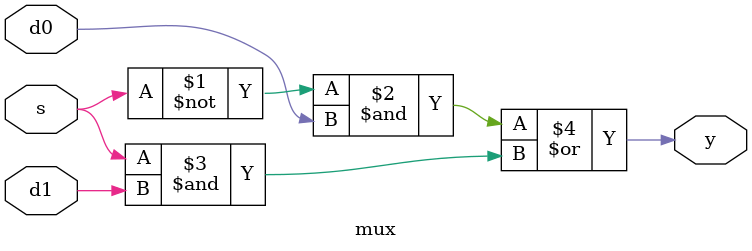
<source format=v>

module mux(y, s, d0, d1);

input s, d0, d1;
output y;

assign y = (~s & d0) | (s & d1);

endmodule
</source>
